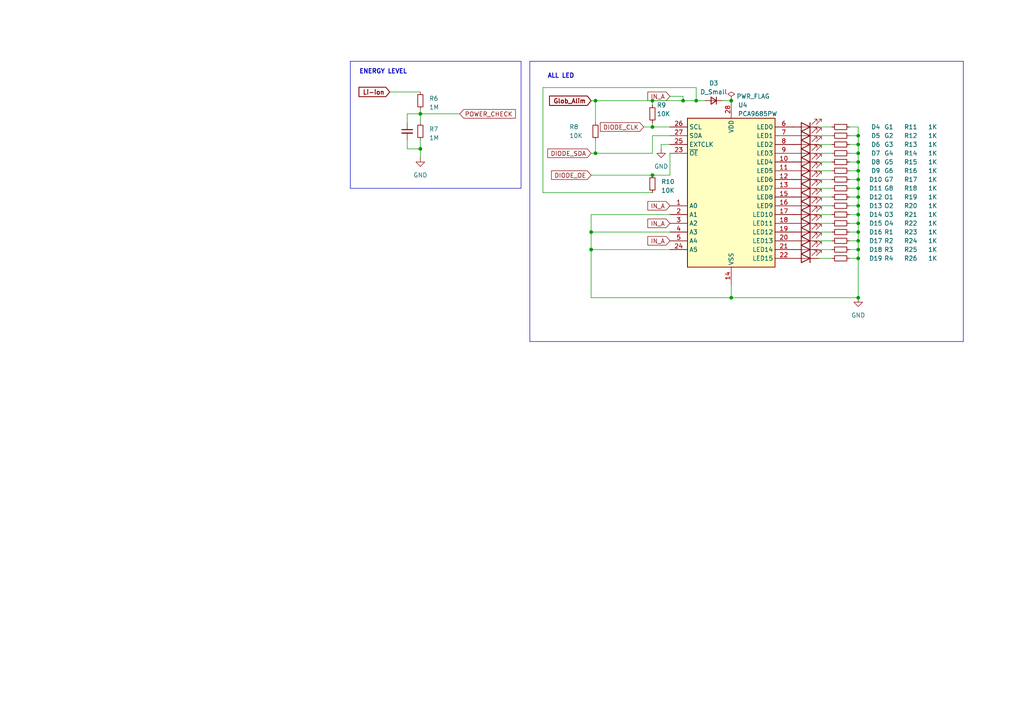
<source format=kicad_sch>
(kicad_sch (version 20230121) (generator eeschema)
  (paper "A4")
  (title_block (title "Diode for Snes controler ") (date "18/04/2023") (company "ENSEA") (comment 1 "Robin Auriac "))
  (lib_symbols
    (symbol "Device:C_Small" (pin_numbers hide) (pin_names (offset 0.254) hide)
      (property "Reference" "C" (at 0.254 1.778 0))
      (property "Value" "C_Small" (at 0.254 -2.032 0))
      (symbol "C_Small_0_1"
        (polyline (pts (xy -1.524 -0.508) (xy 1.524 -0.508)) (stroke (width 0.3302)))
        (polyline (pts (xy -1.524 0.508) (xy 1.524 0.508)) (stroke (width 0.3048)))
      )
      (symbol "C_Small_1_1"
        (pin passive line (at 0 2.54 270) (length 2.032) (name "~") (number "1"))
        (pin passive line (at 0 -2.54 90) (length 2.032) (name "~") (number "2"))
      )
    )
    (symbol "Device:D_Small" (pin_numbers hide) (pin_names (offset 0.254) hide)
      (property "Reference" "D" (at -1.27 2.032 0))
      (property "Value" "D_Small" (at -3.81 -2.032 0))
      (symbol "D_Small_0_1"
        (polyline (pts (xy -0.762 -1.016) (xy -0.762 1.016)) (stroke (width 0.254)))
        (polyline (pts (xy -0.762 0) (xy 0.762 0)))
        (polyline (pts (xy 0.762 -1.016) (xy -0.762 0) (xy 0.762 1.016) (xy 0.762 -1.016)) (stroke (width 0.254)))
      )
      (symbol "D_Small_1_1"
        (pin passive line (at -2.54 0 0) (length 1.778) (name "K") (number "1"))
        (pin passive line (at 2.54 0 180) (length 1.778) (name "A") (number "2"))
      )
    )
    (symbol "Device:LED" (pin_numbers hide) (pin_names (offset 1.016) hide)
      (property "Reference" "D" (at 0 2.54 0))
      (property "Value" "LED" (at 0 -2.54 0))
      (symbol "LED_0_1"
        (polyline (pts (xy -1.27 -1.27) (xy -1.27 1.27)) (stroke (width 0.254)))
        (polyline (pts (xy -1.27 0) (xy 1.27 0)))
        (polyline (pts (xy 1.27 -1.27) (xy 1.27 1.27) (xy -1.27 0) (xy 1.27 -1.27)) (stroke (width 0.254)))
        (polyline (pts (xy -3.048 -0.762) (xy -4.572 -2.286) (xy -3.81 -2.286) (xy -4.572 -2.286) (xy -4.572 -1.524)))
        (polyline (pts (xy -1.778 -0.762) (xy -3.302 -2.286) (xy -2.54 -2.286) (xy -3.302 -2.286) (xy -3.302 -1.524)))
      )
      (symbol "LED_1_1"
        (pin passive line (at -3.81 0 0) (length 2.54) (name "K") (number "1"))
        (pin passive line (at 3.81 0 180) (length 2.54) (name "A") (number "2"))
      )
    )
    (symbol "Device:R_Small" (pin_numbers hide) (pin_names (offset 0.254) hide)
      (property "Reference" "R" (at 0.762 0.508 0))
      (property "Value" "R_Small" (at 0.762 -1.016 0))
      (symbol "R_Small_0_1"
        (rectangle (start -0.762 1.778) (end 0.762 -1.778) (stroke (width 0.2032)))
      )
      (symbol "R_Small_1_1"
        (pin passive line (at 0 2.54 270) (length 0.762) (name "~") (number "1"))
        (pin passive line (at 0 -2.54 90) (length 0.762) (name "~") (number "2"))
      )
    )
    (symbol "Driver_LED:PCA9685PW"
      (property "Reference" "U" (at -12.7 22.225 0))
      (property "Value" "PCA9685PW" (at 1.27 22.225 0))
      (symbol "PCA9685PW_0_1"
        (rectangle (start -12.7 20.32) (end 12.7 -22.86) (stroke (width 0.254)) (fill (type background)))
      )
      (symbol "PCA9685PW_1_1"
        (pin input line (at -17.78 -5.08 0) (length 5.08) (name "A0") (number "1"))
        (pin output line (at 17.78 7.62 180) (length 5.08) (name "LED4") (number "10"))
        (pin output line (at 17.78 5.08 180) (length 5.08) (name "LED5") (number "11"))
        (pin output line (at 17.78 2.54 180) (length 5.08) (name "LED6") (number "12"))
        (pin output line (at 17.78 0 180) (length 5.08) (name "LED7") (number "13"))
        (pin power_in line (at 0 -27.94 90) (length 5.08) (name "VSS") (number "14"))
        (pin output line (at 17.78 -2.54 180) (length 5.08) (name "LED8") (number "15"))
        (pin output line (at 17.78 -5.08 180) (length 5.08) (name "LED9") (number "16"))
        (pin output line (at 17.78 -7.62 180) (length 5.08) (name "LED10") (number "17"))
        (pin output line (at 17.78 -10.16 180) (length 5.08) (name "LED11") (number "18"))
        (pin output line (at 17.78 -12.7 180) (length 5.08) (name "LED12") (number "19"))
        (pin input line (at -17.78 -7.62 0) (length 5.08) (name "A1") (number "2"))
        (pin output line (at 17.78 -15.24 180) (length 5.08) (name "LED13") (number "20"))
        (pin output line (at 17.78 -17.78 180) (length 5.08) (name "LED14") (number "21"))
        (pin output line (at 17.78 -20.32 180) (length 5.08) (name "LED15") (number "22"))
        (pin input line (at -17.78 10.16 0) (length 5.08) (name "~{OE}") (number "23"))
        (pin input line (at -17.78 -17.78 0) (length 5.08) (name "A5") (number "24"))
        (pin input line (at -17.78 12.7 0) (length 5.08) (name "EXTCLK") (number "25"))
        (pin input line (at -17.78 17.78 0) (length 5.08) (name "SCL") (number "26"))
        (pin bidirectional line (at -17.78 15.24 0) (length 5.08) (name "SDA") (number "27"))
        (pin power_in line (at 0 25.4 270) (length 5.08) (name "VDD") (number "28"))
        (pin input line (at -17.78 -10.16 0) (length 5.08) (name "A2") (number "3"))
        (pin input line (at -17.78 -12.7 0) (length 5.08) (name "A3") (number "4"))
        (pin input line (at -17.78 -15.24 0) (length 5.08) (name "A4") (number "5"))
        (pin output line (at 17.78 17.78 180) (length 5.08) (name "LED0") (number "6"))
        (pin output line (at 17.78 15.24 180) (length 5.08) (name "LED1") (number "7"))
        (pin output line (at 17.78 12.7 180) (length 5.08) (name "LED2") (number "8"))
        (pin output line (at 17.78 10.16 180) (length 5.08) (name "LED3") (number "9"))
      )
    )
    (symbol "power:GND" (power) (pin_names (offset 0))
      (property "Value" "GND" (at 0 -3.81 0))
      (symbol "GND_0_1"
        (polyline (pts (xy 0 0) (xy 0 -1.27) (xy 1.27 -1.27) (xy 0 -2.54) (xy -1.27 -1.27) (xy 0 -1.27)))
      )
      (symbol "GND_1_1"
        (pin power_in line (at 0 0 270) (length 0) hide (name "GND") (number "1"))
      )
    )
    (symbol "power:PWR_FLAG" (power) (pin_numbers hide) (pin_names (offset 0) hide)
      (property "Value" "PWR_FLAG" (at 0 3.81 0))
      (symbol "PWR_FLAG_0_0"
        (pin power_out line (at 0 0 90) (length 0) (name "pwr") (number "1"))
      )
      (symbol "PWR_FLAG_0_1"
        (polyline (pts (xy 0 0) (xy 0 1.27) (xy -1.016 1.905) (xy 0 2.54) (xy 1.016 1.905) (xy 0 1.27)))
      )
    )
  )
  (junction (at 248.92 46.99))
  (junction (at 248.92 41.91))
  (junction (at 248.92 72.39))
  (junction (at 171.45 67.31))
  (junction (at 201.93 29.21))
  (junction (at 248.92 57.15))
  (junction (at 189.23 36.83))
  (junction (at 248.92 64.77))
  (junction (at 248.92 49.53))
  (junction (at 248.92 44.45))
  (junction (at 212.09 86.36))
  (junction (at 198.12 29.21))
  (junction (at 171.45 72.39))
  (junction (at 121.92 33.02))
  (junction (at 172.72 29.21))
  (junction (at 189.23 50.8))
  (junction (at 248.92 67.31))
  (junction (at 248.92 74.93))
  (junction (at 248.92 86.36))
  (junction (at 248.92 59.69))
  (junction (at 248.92 69.85))
  (junction (at 248.92 62.23))
  (junction (at 248.92 54.61))
  (junction (at 248.92 52.07))
  (junction (at 172.72 44.45))
  (junction (at 121.92 43.18))
  (junction (at 248.92 39.37))
  (junction (at 189.23 29.21))
  (junction (at 212.09 29.21))
  (wire (pts (xy 201.93 25.4) (xy 201.93 29.21)))
  (wire (pts (xy 172.72 44.45) (xy 189.23 44.45)))
  (wire (pts (xy 171.45 44.45) (xy 172.72 44.45)))
  (wire (pts (xy 248.92 49.53) (xy 248.92 46.99)))
  (wire (pts (xy 121.92 31.75) (xy 121.92 33.02)))
  (wire (pts (xy 237.49 64.77) (xy 241.3 64.77)))
  (wire (pts (xy 172.72 40.64) (xy 172.72 44.45)))
  (wire (pts (xy 189.23 55.88) (xy 157.48 55.88)))
  (wire (pts (xy 248.92 41.91) (xy 248.92 39.37)))
  (wire (pts (xy 171.45 50.8) (xy 189.23 50.8)))
  (wire (pts (xy 248.92 39.37) (xy 248.92 36.83)))
  (wire (pts (xy 246.38 64.77) (xy 248.92 64.77)))
  (wire (pts (xy 246.38 39.37) (xy 248.92 39.37)))
  (wire (pts (xy 201.93 29.21) (xy 198.12 29.21)))
  (wire (pts (xy 246.38 59.69) (xy 248.92 59.69)))
  (wire (pts (xy 237.49 49.53) (xy 241.3 49.53)))
  (wire (pts (xy 189.23 35.56) (xy 189.23 36.83)))
  (wire (pts (xy 246.38 44.45) (xy 248.92 44.45)))
  (wire (pts (xy 237.49 54.61) (xy 241.3 54.61)))
  (wire (pts (xy 237.49 44.45) (xy 241.3 44.45)))
  (polyline (pts (xy 279.4 17.78) (xy 279.4 99.06)))
  (wire (pts (xy 113.03 26.67) (xy 121.92 26.67)))
  (wire (pts (xy 248.92 52.07) (xy 248.92 49.53)))
  (wire (pts (xy 246.38 54.61) (xy 248.92 54.61)))
  (wire (pts (xy 186.69 36.83) (xy 189.23 36.83)))
  (wire (pts (xy 118.11 43.18) (xy 121.92 43.18)))
  (wire (pts (xy 248.92 44.45) (xy 248.92 41.91)))
  (wire (pts (xy 171.45 67.31) (xy 194.31 67.31)))
  (wire (pts (xy 237.49 69.85) (xy 241.3 69.85)))
  (wire (pts (xy 121.92 35.56) (xy 121.92 33.02)))
  (wire (pts (xy 237.49 62.23) (xy 241.3 62.23)))
  (wire (pts (xy 191.77 41.91) (xy 191.77 43.18)))
  (wire (pts (xy 248.92 67.31) (xy 248.92 64.77)))
  (wire (pts (xy 189.23 29.21) (xy 172.72 29.21)))
  (wire (pts (xy 246.38 46.99) (xy 248.92 46.99)))
  (wire (pts (xy 189.23 39.37) (xy 194.31 39.37)))
  (wire (pts (xy 171.45 67.31) (xy 171.45 72.39)))
  (wire (pts (xy 237.49 41.91) (xy 241.3 41.91)))
  (wire (pts (xy 194.31 50.8) (xy 194.31 44.45)))
  (wire (pts (xy 157.48 55.88) (xy 157.48 25.4)))
  (wire (pts (xy 246.38 41.91) (xy 248.92 41.91)))
  (wire (pts (xy 237.49 74.93) (xy 241.3 74.93)))
  (wire (pts (xy 241.3 36.83) (xy 237.49 36.83)))
  (wire (pts (xy 246.38 52.07) (xy 248.92 52.07)))
  (wire (pts (xy 212.09 86.36) (xy 248.92 86.36)))
  (wire (pts (xy 172.72 29.21) (xy 172.72 35.56)))
  (wire (pts (xy 237.49 46.99) (xy 241.3 46.99)))
  (wire (pts (xy 237.49 52.07) (xy 241.3 52.07)))
  (wire (pts (xy 198.12 27.94) (xy 198.12 29.21)))
  (wire (pts (xy 248.92 72.39) (xy 248.92 69.85)))
  (wire (pts (xy 248.92 57.15) (xy 248.92 54.61)))
  (polyline (pts (xy 101.6 17.78) (xy 151.13 17.78)))
  (wire (pts (xy 121.92 33.02) (xy 133.35 33.02)))
  (wire (pts (xy 118.11 35.56) (xy 118.11 33.02)))
  (wire (pts (xy 189.23 44.45) (xy 189.23 39.37)))
  (wire (pts (xy 248.92 86.36) (xy 248.92 74.93)))
  (wire (pts (xy 248.92 62.23) (xy 248.92 59.69)))
  (wire (pts (xy 194.31 27.94) (xy 198.12 27.94)))
  (wire (pts (xy 248.92 36.83) (xy 246.38 36.83)))
  (wire (pts (xy 118.11 33.02) (xy 121.92 33.02)))
  (wire (pts (xy 248.92 59.69) (xy 248.92 57.15)))
  (wire (pts (xy 189.23 50.8) (xy 194.31 50.8)))
  (wire (pts (xy 248.92 64.77) (xy 248.92 62.23)))
  (wire (pts (xy 118.11 40.64) (xy 118.11 43.18)))
  (wire (pts (xy 172.72 29.21) (xy 171.45 29.21)))
  (wire (pts (xy 171.45 72.39) (xy 171.45 86.36)))
  (polyline (pts (xy 101.6 17.78) (xy 101.6 54.61)))
  (wire (pts (xy 246.38 67.31) (xy 248.92 67.31)))
  (wire (pts (xy 246.38 62.23) (xy 248.92 62.23)))
  (wire (pts (xy 189.23 36.83) (xy 194.31 36.83)))
  (polyline (pts (xy 101.6 54.61) (xy 151.13 54.61)))
  (wire (pts (xy 237.49 67.31) (xy 241.3 67.31)))
  (wire (pts (xy 237.49 72.39) (xy 241.3 72.39)))
  (wire (pts (xy 194.31 41.91) (xy 191.77 41.91)))
  (wire (pts (xy 204.47 29.21) (xy 201.93 29.21)))
  (wire (pts (xy 246.38 69.85) (xy 248.92 69.85)))
  (polyline (pts (xy 279.4 99.06) (xy 153.67 99.06)))
  (wire (pts (xy 171.45 62.23) (xy 194.31 62.23)))
  (wire (pts (xy 121.92 40.64) (xy 121.92 43.18)))
  (wire (pts (xy 237.49 59.69) (xy 241.3 59.69)))
  (wire (pts (xy 248.92 54.61) (xy 248.92 52.07)))
  (wire (pts (xy 246.38 49.53) (xy 248.92 49.53)))
  (wire (pts (xy 237.49 39.37) (xy 241.3 39.37)))
  (wire (pts (xy 198.12 29.21) (xy 189.23 29.21)))
  (wire (pts (xy 121.92 45.72) (xy 121.92 43.18)))
  (wire (pts (xy 212.09 82.55) (xy 212.09 86.36)))
  (wire (pts (xy 157.48 25.4) (xy 201.93 25.4)))
  (wire (pts (xy 237.49 57.15) (xy 241.3 57.15)))
  (wire (pts (xy 246.38 57.15) (xy 248.92 57.15)))
  (wire (pts (xy 171.45 72.39) (xy 194.31 72.39)))
  (wire (pts (xy 171.45 86.36) (xy 212.09 86.36)))
  (wire (pts (xy 248.92 46.99) (xy 248.92 44.45)))
  (polyline (pts (xy 153.67 17.78) (xy 279.4 17.78)))
  (wire (pts (xy 189.23 30.48) (xy 189.23 29.21)))
  (polyline (pts (xy 151.13 54.61) (xy 151.13 17.78)))
  (wire (pts (xy 246.38 72.39) (xy 248.92 72.39)))
  (wire (pts (xy 171.45 62.23) (xy 171.45 67.31)))
  (wire (pts (xy 209.55 29.21) (xy 212.09 29.21)))
  (wire (pts (xy 248.92 69.85) (xy 248.92 67.31)))
  (wire (pts (xy 248.92 74.93) (xy 248.92 72.39)))
  (polyline (pts (xy 153.67 17.78) (xy 153.67 99.06)))
  (wire (pts (xy 246.38 74.93) (xy 248.92 74.93)))
  (text "ALL LED" (at 158.75 22.86 0) (effects (font (size 1.27 1.27) (thickness 0.254) bold) (justify left bottom)))
  (text "ENERGY LEVEL" (at 104.14 21.59 0) (effects (font (size 1.27 1.27) bold) (justify left bottom)))
  (global_label "Li-ion" (shape input) (at 113.03 26.67 180) (effects (font bold)) (property "Intersheetrefs" "${INTERSHEET_REFS}" (effects hide)))
  (global_label "IN_A" (shape input) (at 194.31 27.94 180) (property "Intersheetrefs" "${INTERSHEET_REFS}" (effects hide)))
  (global_label "POWER_CHECK" (shape input) (at 133.35 33.02 0) (property "Intersheetrefs" "${INTERSHEET_REFS}" (effects hide)))
  (global_label "DIODE_CLK" (shape input) (at 186.69 36.83 180) (property "Intersheetrefs" "${INTERSHEET_REFS}" (effects hide)))
  (global_label "IN_A" (shape input) (at 194.31 69.85 180) (property "Intersheetrefs" "${INTERSHEET_REFS}" (effects hide)))
  (global_label "IN_A" (shape input) (at 194.31 59.69 180) (property "Intersheetrefs" "${INTERSHEET_REFS}" (effects hide)))
  (global_label "DIODE_SDA" (shape input) (at 171.45 44.45 180) (property "Intersheetrefs" "${INTERSHEET_REFS}" (effects hide)))
  (global_label "DIODE_OE" (shape input) (at 171.45 50.8 180) (property "Intersheetrefs" "${INTERSHEET_REFS}" (effects hide)))
  (global_label "IN_A" (shape input) (at 194.31 64.77 180) (property "Intersheetrefs" "${INTERSHEET_REFS}" (effects hide)))
  (global_label "Glob_Alim" (shape input) (at 171.45 29.21 180) (effects (font bold)) (property "Intersheetrefs" "${INTERSHEET_REFS}" (effects hide)))
  (symbol (lib_id "power:GND") (at 248.92 86.36 0) (unit 1)
    (property "Reference" "#PWR026" (effects hide))
    (property "Value" "GND" (at 248.92 91.44 0))
  )
  (symbol (lib_id "Device:LED") (at 233.68 54.61 180) (unit 1)
    (property "Reference" "D11" (at 254 54.61 0))
    (property "Value" "G8" (at 257.81 54.61 0))
    (property "Footprint" "LED_SMD:LED_0603_1608Metric_Pad1.05x0.95mm_HandSolder" (effects hide))
  )
  (symbol (lib_id "Device:R_Small") (at 243.84 41.91 90) (unit 1)
    (property "Reference" "R13" (at 264.16 41.91 90))
    (property "Value" "1K" (at 270.51 41.91 90))
    (property "Footprint" "Resistor_SMD:R_0603_1608Metric_Pad0.98x0.95mm_HandSolder" (effects hide))
  )
  (symbol (lib_id "power:PWR_FLAG") (at 212.09 29.21 0) (unit 1)
    (property "Reference" "#FLG06" (effects hide))
    (property "Value" "PWR_FLAG" (at 218.44 27.94 0))
  )
  (symbol (lib_id "Device:R_Small") (at 172.72 38.1 180) (unit 1)
    (property "Reference" "R8" (at 165.1 36.83 0) (effects (justify right)))
    (property "Value" "10K" (at 165.1 39.37 0) (effects (justify right)))
    (property "Footprint" "Resistor_SMD:R_0603_1608Metric_Pad0.98x0.95mm_HandSolder" (effects hide))
  )
  (symbol (lib_id "Device:LED") (at 233.68 49.53 180) (unit 1)
    (property "Reference" "D9" (at 254 49.53 0))
    (property "Value" "G6" (at 257.81 49.53 0))
    (property "Footprint" "LED_SMD:LED_0603_1608Metric_Pad1.05x0.95mm_HandSolder" (effects hide))
  )
  (symbol (lib_id "Device:R_Small") (at 121.92 38.1 0) (unit 1)
    (property "Reference" "R7" (at 124.46 37.465 0) (effects (justify left)))
    (property "Value" "1M" (at 124.46 40.005 0) (effects (justify left)))
    (property "Footprint" "Resistor_SMD:R_0603_1608Metric_Pad0.98x0.95mm_HandSolder" (effects hide))
  )
  (symbol (lib_id "Device:LED") (at 233.68 74.93 180) (unit 1)
    (property "Reference" "D19" (at 254 74.93 0))
    (property "Value" "R4" (at 257.81 74.93 0))
    (property "Footprint" "LED_SMD:LED_0603_1608Metric_Pad1.05x0.95mm_HandSolder" (effects hide))
  )
  (symbol (lib_id "Device:LED") (at 233.68 39.37 180) (unit 1)
    (property "Reference" "D5" (at 254 39.37 0))
    (property "Value" "G2" (at 257.81 39.37 0))
    (property "Footprint" "LED_SMD:LED_0603_1608Metric_Pad1.05x0.95mm_HandSolder" (effects hide))
  )
  (symbol (lib_id "Device:R_Small") (at 243.84 74.93 90) (unit 1)
    (property "Reference" "R26" (at 264.16 74.93 90))
    (property "Value" "1K" (at 270.51 74.93 90))
    (property "Footprint" "Resistor_SMD:R_0603_1608Metric_Pad0.98x0.95mm_HandSolder" (effects hide))
  )
  (symbol (lib_id "Device:R_Small") (at 243.84 59.69 90) (unit 1)
    (property "Reference" "R20" (at 264.16 59.69 90))
    (property "Value" "1K" (at 270.51 59.69 90))
    (property "Footprint" "Resistor_SMD:R_0603_1608Metric_Pad0.98x0.95mm_HandSolder" (effects hide))
  )
  (symbol (lib_id "Device:R_Small") (at 243.84 44.45 90) (unit 1)
    (property "Reference" "R14" (at 264.16 44.45 90))
    (property "Value" "1K" (at 270.51 44.45 90))
    (property "Footprint" "Resistor_SMD:R_0603_1608Metric_Pad0.98x0.95mm_HandSolder" (effects hide))
  )
  (symbol (lib_id "Driver_LED:PCA9685PW") (at 212.09 54.61 0) (unit 1)
    (property "Reference" "U4" (at 214.0459 30.48 0) (effects (justify left)))
    (property "Value" "PCA9685PW" (at 214.0459 33.02 0) (effects (justify left)))
    (property "Footprint" "Package_SO:TSSOP-28_4.4x9.7mm_P0.65mm" (effects hide))
    (property "Datasheet" "http://www.nxp.com/documents/data_sheet/PCA9685.pdf" (effects hide))
  )
  (symbol (lib_id "Device:R_Small") (at 243.84 52.07 90) (unit 1)
    (property "Reference" "R17" (at 264.16 52.07 90))
    (property "Value" "1K" (at 270.51 52.07 90))
    (property "Footprint" "Resistor_SMD:R_0603_1608Metric_Pad0.98x0.95mm_HandSolder" (effects hide))
  )
  (symbol (lib_id "Device:LED") (at 233.68 64.77 180) (unit 1)
    (property "Reference" "D15" (at 254 64.77 0))
    (property "Value" "O4" (at 257.81 64.77 0))
    (property "Footprint" "LED_SMD:LED_0603_1608Metric_Pad1.05x0.95mm_HandSolder" (effects hide))
  )
  (symbol (lib_id "Device:LED") (at 233.68 46.99 180) (unit 1)
    (property "Reference" "D8" (at 254 46.99 0))
    (property "Value" "G5" (at 257.81 46.99 0))
    (property "Footprint" "LED_SMD:LED_0603_1608Metric_Pad1.05x0.95mm_HandSolder" (effects hide))
  )
  (symbol (lib_id "Device:C_Small") (at 118.11 38.1 0) (unit 1)
    (property "Reference" "C?" (effects hide))
    (property "Value" "1nF" (effects hide))
    (property "Footprint" "Capacitor_SMD:C_0603_1608Metric_Pad1.08x0.95mm_HandSolder" (effects hide))
    (instances (project "Controller_NRF24L01_Include" (path "" (reference "C?") (unit 1)) (path "" (reference "C13") (unit 1))))
  )
  (symbol (lib_id "Device:LED") (at 233.68 59.69 180) (unit 1)
    (property "Reference" "D13" (at 254 59.69 0))
    (property "Value" "O2" (at 257.81 59.69 0))
    (property "Footprint" "LED_SMD:LED_0603_1608Metric_Pad1.05x0.95mm_HandSolder" (effects hide))
  )
  (symbol (lib_id "Device:LED") (at 233.68 52.07 180) (unit 1)
    (property "Reference" "D10" (at 254 52.07 0))
    (property "Value" "G7" (at 257.81 52.07 0))
    (property "Footprint" "LED_SMD:LED_0603_1608Metric_Pad1.05x0.95mm_HandSolder" (effects hide))
  )
  (symbol (lib_id "Device:LED") (at 233.68 41.91 180) (unit 1)
    (property "Reference" "D6" (at 254 41.91 0))
    (property "Value" "G3" (at 257.81 41.91 0))
    (property "Footprint" "LED_SMD:LED_0603_1608Metric_Pad1.05x0.95mm_HandSolder" (effects hide))
  )
  (symbol (lib_id "Device:LED") (at 233.68 69.85 180) (unit 1)
    (property "Reference" "D17" (at 254 69.85 0))
    (property "Value" "R2" (at 257.81 69.85 0))
    (property "Footprint" "LED_SMD:LED_0603_1608Metric_Pad1.05x0.95mm_HandSolder" (effects hide))
  )
  (symbol (lib_id "Device:LED") (at 233.68 72.39 180) (unit 1)
    (property "Reference" "D18" (at 254 72.39 0))
    (property "Value" "R3" (at 257.81 72.39 0))
    (property "Footprint" "LED_SMD:LED_0603_1608Metric_Pad1.05x0.95mm_HandSolder" (effects hide))
  )
  (symbol (lib_id "Device:R_Small") (at 121.92 29.21 0) (unit 1)
    (property "Reference" "R6" (at 124.46 28.575 0) (effects (justify left)))
    (property "Value" "1M" (at 124.46 31.115 0) (effects (justify left)))
    (property "Footprint" "Resistor_SMD:R_0603_1608Metric_Pad0.98x0.95mm_HandSolder" (effects hide))
  )
  (symbol (lib_id "power:GND") (at 121.92 45.72 0) (unit 1)
    (property "Reference" "#PWR024" (effects hide))
    (property "Value" "GND" (at 121.92 50.8 0))
  )
  (symbol (lib_id "Device:R_Small") (at 243.84 57.15 90) (unit 1)
    (property "Reference" "R19" (at 264.16 57.15 90))
    (property "Value" "1K" (at 270.51 57.15 90))
    (property "Footprint" "Resistor_SMD:R_0603_1608Metric_Pad0.98x0.95mm_HandSolder" (effects hide))
  )
  (symbol (lib_id "Device:R_Small") (at 243.84 54.61 90) (unit 1)
    (property "Reference" "R18" (at 264.16 54.61 90))
    (property "Value" "1K" (at 270.51 54.61 90))
    (property "Footprint" "Resistor_SMD:R_0603_1608Metric_Pad0.98x0.95mm_HandSolder" (effects hide))
  )
  (symbol (lib_id "Device:R_Small") (at 243.84 72.39 90) (unit 1)
    (property "Reference" "R25" (at 264.16 72.39 90))
    (property "Value" "1K" (at 270.51 72.39 90))
    (property "Footprint" "Resistor_SMD:R_0603_1608Metric_Pad0.98x0.95mm_HandSolder" (effects hide))
  )
  (symbol (lib_id "Device:R_Small") (at 243.84 62.23 90) (unit 1)
    (property "Reference" "R21" (at 264.16 62.23 90))
    (property "Value" "1K" (at 270.51 62.23 90))
    (property "Footprint" "Resistor_SMD:R_0603_1608Metric_Pad0.98x0.95mm_HandSolder" (effects hide))
  )
  (symbol (lib_id "Device:LED") (at 233.68 44.45 180) (unit 1)
    (property "Reference" "D7" (at 254 44.45 0))
    (property "Value" "G4" (at 257.81 44.45 0))
    (property "Footprint" "LED_SMD:LED_0603_1608Metric_Pad1.05x0.95mm_HandSolder" (effects hide))
  )
  (symbol (lib_id "Device:LED") (at 233.68 36.83 180) (unit 1)
    (property "Reference" "D4" (at 254 36.83 0))
    (property "Value" "G1" (at 257.81 36.83 0))
    (property "Footprint" "LED_SMD:LED_0603_1608Metric_Pad1.05x0.95mm_HandSolder" (effects hide))
  )
  (symbol (lib_id "Device:LED") (at 233.68 62.23 180) (unit 1)
    (property "Reference" "D14" (at 254 62.23 0))
    (property "Value" "O3" (at 257.81 62.23 0))
    (property "Footprint" "LED_SMD:LED_0603_1608Metric_Pad1.05x0.95mm_HandSolder" (effects hide))
  )
  (symbol (lib_id "power:GND") (at 191.77 43.18 0) (unit 1)
    (property "Reference" "#PWR025" (effects hide))
    (property "Value" "GND" (at 191.77 48.26 0))
  )
  (symbol (lib_id "Device:LED") (at 233.68 67.31 180) (unit 1)
    (property "Reference" "D16" (at 254 67.31 0))
    (property "Value" "R1" (at 257.81 67.31 0))
    (property "Footprint" "LED_SMD:LED_0603_1608Metric_Pad1.05x0.95mm_HandSolder" (effects hide))
  )
  (symbol (lib_id "Device:R_Small") (at 243.84 67.31 90) (unit 1)
    (property "Reference" "R23" (at 264.16 67.31 90))
    (property "Value" "1K" (at 270.51 67.31 90))
    (property "Footprint" "Resistor_SMD:R_0603_1608Metric_Pad0.98x0.95mm_HandSolder" (effects hide))
  )
  (symbol (lib_id "Device:R_Small") (at 243.84 39.37 90) (unit 1)
    (property "Reference" "R12" (at 264.16 39.37 90))
    (property "Value" "1K" (at 270.51 39.37 90))
    (property "Footprint" "Resistor_SMD:R_0603_1608Metric_Pad0.98x0.95mm_HandSolder" (effects hide))
  )
  (symbol (lib_id "Device:R_Small") (at 243.84 64.77 90) (unit 1)
    (property "Reference" "R22" (at 264.16 64.77 90))
    (property "Value" "1K" (at 270.51 64.77 90))
    (property "Footprint" "Resistor_SMD:R_0603_1608Metric_Pad0.98x0.95mm_HandSolder" (effects hide))
  )
  (symbol (lib_id "Device:R_Small") (at 243.84 36.83 90) (unit 1)
    (property "Reference" "R11" (at 264.16 36.83 90))
    (property "Value" "1K" (at 270.51 36.83 90))
    (property "Footprint" "Resistor_SMD:R_0603_1608Metric_Pad0.98x0.95mm_HandSolder" (effects hide))
  )
  (symbol (lib_id "Device:R_Small") (at 243.84 69.85 90) (unit 1)
    (property "Reference" "R24" (at 264.16 69.85 90))
    (property "Value" "1K" (at 270.51 69.85 90))
    (property "Footprint" "Resistor_SMD:R_0603_1608Metric_Pad0.98x0.95mm_HandSolder" (effects hide))
  )
  (symbol (lib_id "Device:R_Small") (at 189.23 53.34 0) (unit 1)
    (property "Reference" "R10" (at 191.77 52.705 0) (effects (justify left)))
    (property "Value" "10K" (at 191.77 55.245 0) (effects (justify left)))
    (property "Footprint" "Resistor_SMD:R_0603_1608Metric_Pad0.98x0.95mm_HandSolder" (effects hide))
  )
  (symbol (lib_id "Device:R_Small") (at 189.23 33.02 0) (unit 1)
    (property "Reference" "R9" (at 190.5 30.48 0) (effects (justify left)))
    (property "Value" "10K" (at 190.5 33.02 0) (effects (justify left)))
    (property "Footprint" "Resistor_SMD:R_0603_1608Metric_Pad0.98x0.95mm_HandSolder" (effects hide))
  )
  (symbol (lib_id "Device:R_Small") (at 243.84 46.99 90) (unit 1)
    (property "Reference" "R15" (at 264.16 46.99 90))
    (property "Value" "1K" (at 270.51 46.99 90))
    (property "Footprint" "Resistor_SMD:R_0603_1608Metric_Pad0.98x0.95mm_HandSolder" (effects hide))
  )
  (symbol (lib_id "Device:LED") (at 233.68 57.15 180) (unit 1)
    (property "Reference" "D12" (at 254 57.15 0))
    (property "Value" "O1" (at 257.81 57.15 0))
    (property "Footprint" "LED_SMD:LED_0603_1608Metric_Pad1.05x0.95mm_HandSolder" (effects hide))
  )
  (symbol (lib_id "Device:R_Small") (at 243.84 49.53 90) (unit 1)
    (property "Reference" "R16" (at 264.16 49.53 90))
    (property "Value" "1K" (at 270.51 49.53 90))
    (property "Footprint" "Resistor_SMD:R_0603_1608Metric_Pad0.98x0.95mm_HandSolder" (effects hide))
  )
  (symbol (lib_id "Device:D_Small") (at 207.01 29.21 180) (unit 1)
    (property "Reference" "D3" (at 207.01 24.13 0))
    (property "Value" "D_Small" (at 207.01 26.67 0))
    (property "Footprint" "LED_SMD:LED_0603_1608Metric_Pad1.05x0.95mm_HandSolder" (effects hide))
    (property "Sim.Device" "D" (effects hide))
    (property "Sim.Pins" "1=K 2=A" (effects hide))
  )
)
</source>
